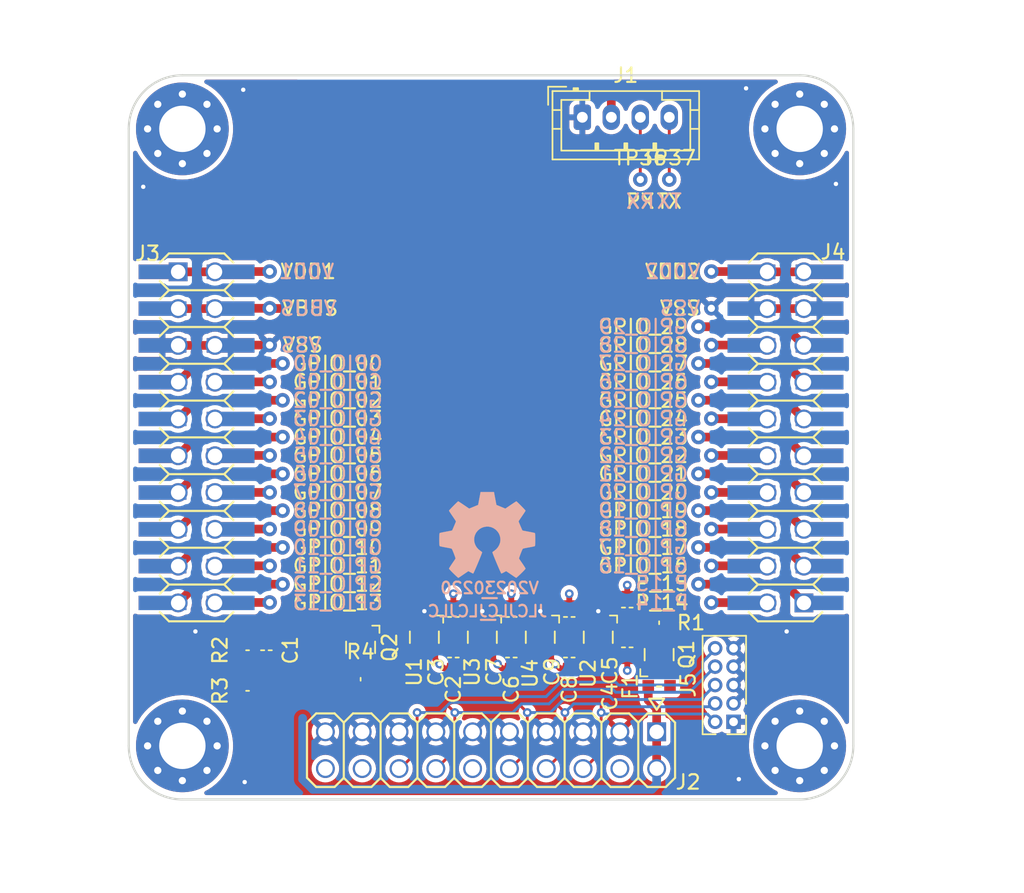
<source format=kicad_pcb>
(kicad_pcb (version 20211014) (generator pcbnew)
  (layers (0 "F.Cu" signal) (31 "B.Cu" signal) (34 "B.Paste" user) (35 "F.Paste" user) (36 "B.SilkS" user "B.Silkscreen") (37 "F.SilkS" user "F.Silkscreen") (38 "B.Mask" user) (39 "F.Mask" user) (44 "Edge.Cuts" user))
  (net 0 "")
  (net 1 "/VBUS")
  (net 2 "/VSS")
  (net 3 "/GPIO_28")
  (net 4 "/GPIO_29")
  (net 5 "/GPIO_20")
  (net 6 "/GPIO_23")
  (net 7 "/GPIO_27")
  (net 8 "/GPIO_16")
  (net 9 "/GPIO_21")
  (net 10 "/GPIO_19")
  (net 11 "/GPIO_17")
  (net 12 "/GPIO_18")
  (net 13 "/GPIO_15")
  (net 14 "/GPIO_14")
  (net 15 "/GPIO_22")
  (net 16 "/GPIO_24")
  (net 17 "/GPIO_25")
  (net 18 "/GPIO_26")
  (net 19 "/GPIO_13")
  (net 20 "/GPIO_12")
  (net 21 "/GPIO_11")
  (net 22 "/GPIO_10")
  (net 23 "/GPIO_09")
  (net 24 "/GPIO_08")
  (net 25 "/GPIO_07")
  (net 26 "/GPIO_06")
  (net 27 "/GPIO_05")
  (net 28 "/GPIO_04")
  (net 29 "/GPIO_03")
  (net 30 "/GPIO_02")
  (net 31 "/GPIO_01")
  (net 32 "/GPIO_00")
  (net 33 "/VDD1")
  (net 34 "/VDD2")
  (net 35 "Net-(J1-Pad3)")
  (net 36 "Net-(J1-Pad4)")
  (net 37 "/TARGET_PWR_SENSE")
  (net 39 "/PROBE_VDD")
  (net 40 "Net-(F1-Pad2)")
  (net 41 "/PROBE_E_TDI")
  (net 43 "/PROBE_E_TMS")
  (net 44 "/PROBE_E_TCK")
  (net 47 "/PROBE_E_TDO")
  (net 48 "/PROBE_E_RST")
  (net 49 "Net-(Q1-Pad1)")
  (net 50 "/TARGET_PWR_EN")
  (net 51 "/VDD")
  (net 52 "/PROBE_I_RST")
  (net 53 "/PROBE_I_RST_SEN")
  (net 54 "/PROBE_I_TDO")
  (net 55 "/PROBE_I_TDI")
  (net 56 "/PROBE_I_TCK")
  (net 57 "/PROBE_I_TMS")
  (net 58 "/TMS_DIR")
  (footprint "MountingHole:MountingHole_3.2mm_M3_Pad_Via" (layer "F.Cu") (at 63.7 64.7)
    (fp_text reference "H1" hide)
    (fp_text value "MountingHole" hide)
  )
  (footprint "MountingHole:MountingHole_3.2mm_M3_Pad_Via" (layer "F.Cu") (at 106.3 64.7)
    (fp_text reference "H2" hide)
    (fp_text value "MountingHole" hide)
  )
  (footprint "MountingHole:MountingHole_3.2mm_M3_Pad_Via" (layer "F.Cu") (at 63.7 107.3)
    (fp_text reference "H4" hide)
    (fp_text value "MountingHole" hide)
  )
  (footprint "MountingHole:MountingHole_3.2mm_M3_Pad_Via" (layer "F.Cu") (at 106.3 107.3)
    (fp_text reference "H3" hide)
    (fp_text value "MountingHole" hide)
  )
  (footprint "SquantorConnectorsNamed:nuclone_small_right_stacked" (layer "F.Cu") (at 105.32 86 90)
    (fp_text reference "J4")
    (fp_text value "nuclone_small_right")
  )
  (footprint "SquantorConnectorsNamed:nuclone_small_left_stacked" (layer "F.Cu") (at 64.68 86 -90)
    (fp_text reference "J3")
    (fp_text value "nuclone_small_left")
  )
  (footprint "SquantorTestPoints:TestPoint_hole_H05R10_2side" (layer "F.Cu") (at 69.723 74.549)
    (fp_text reference "TP1" hide)
    (fp_text value "VDD1")
  )
  (footprint "SquantorTestPoints:TestPoint_hole_H05R10_2side" (layer "F.Cu") (at 69.723 77.089)
    (fp_text reference "TP2" hide)
    (fp_text value "VBUS")
  )
  (footprint "SquantorTestPoints:TestPoint_hole_H05R10_2side" (layer "F.Cu") (at 69.723 79.629)
    (fp_text reference "TP3" hide)
    (fp_text value "VSS")
  )
  (footprint "SquantorTestPoints:TestPoint_hole_H05R10_2side" (layer "F.Cu") (at 70.612 80.899)
    (fp_text reference "TP4" hide)
    (fp_text value "GPIO_00")
  )
  (footprint "SquantorTestPoints:TestPoint_hole_H05R10_2side" (layer "F.Cu") (at 69.723 82.169)
    (fp_text reference "TP5" hide)
    (fp_text value "GPIO_01")
  )
  (footprint "SquantorTestPoints:TestPoint_hole_H05R10_2side" (layer "F.Cu") (at 70.612 83.439)
    (fp_text reference "TP6" hide)
    (fp_text value "GPIO_02")
  )
  (footprint "SquantorTestPoints:TestPoint_hole_H05R10_2side" (layer "F.Cu") (at 69.723 84.709)
    (fp_text reference "TP7" hide)
    (fp_text value "GPIO_03")
  )
  (footprint "SquantorTestPoints:TestPoint_hole_H05R10_2side" (layer "F.Cu") (at 70.612 85.979)
    (fp_text reference "TP8" hide)
    (fp_text value "GPIO_04")
  )
  (footprint "SquantorTestPoints:TestPoint_hole_H05R10_2side" (layer "F.Cu") (at 69.723 87.249)
    (fp_text reference "TP9" hide)
    (fp_text value "GPIO_05")
  )
  (footprint "SquantorTestPoints:TestPoint_hole_H05R10_2side" (layer "F.Cu") (at 70.612 88.519)
    (fp_text reference "TP10" hide)
    (fp_text value "GPIO_06")
  )
  (footprint "SquantorTestPoints:TestPoint_hole_H05R10_2side" (layer "F.Cu") (at 69.723 89.8)
    (fp_text reference "TP11" hide)
    (fp_text value "GPIO_07")
  )
  (footprint "SquantorTestPoints:TestPoint_hole_H05R10_2side" (layer "F.Cu") (at 70.612 91.059)
    (fp_text reference "TP12" hide)
    (fp_text value "GPIO_08")
  )
  (footprint "SquantorTestPoints:TestPoint_hole_H05R10_2side" (layer "F.Cu") (at 69.723 92.329)
    (fp_text reference "TP13" hide)
    (fp_text value "GPIO_09")
  )
  (footprint "SquantorTestPoints:TestPoint_hole_H05R10_2side" (layer "F.Cu") (at 70.612 93.599)
    (fp_text reference "TP14" hide)
    (fp_text value "GPIO_10")
  )
  (footprint "SquantorTestPoints:TestPoint_hole_H05R10_2side" (layer "F.Cu") (at 69.723 94.869)
    (fp_text reference "TP15" hide)
    (fp_text value "GPIO_11")
  )
  (footprint "SquantorTestPoints:TestPoint_hole_H05R10_2side" (layer "F.Cu") (at 70.612 96.139)
    (fp_text reference "TP16" hide)
    (fp_text value "GPIO_12")
  )
  (footprint "SquantorTestPoints:TestPoint_hole_H05R10_2side" (layer "F.Cu") (at 69.723 97.4)
    (fp_text reference "TP17" hide)
    (fp_text value "GPIO_13")
  )
  (footprint "SquantorTestPoints:TestPoint_hole_H05R10_2side" (layer "F.Cu") (at 100.203 74.549)
    (fp_text reference "TP18" hide)
    (fp_text value "VDD2")
  )
  (footprint "SquantorTestPoints:TestPoint_hole_H05R10_2side" (layer "F.Cu") (at 100.203 77.089)
    (fp_text reference "TP19" hide)
    (fp_text value "VSS")
  )
  (footprint "SquantorTestPoints:TestPoint_hole_H05R10_2side" (layer "F.Cu") (at 99.314 78.359)
    (fp_text reference "TP20" hide)
    (fp_text value "GPIO_29")
  )
  (footprint "SquantorTestPoints:TestPoint_hole_H05R10_2side" (layer "F.Cu") (at 100.203 79.629)
    (fp_text reference "TP21" hide)
    (fp_text value "GPIO_28")
  )
  (footprint "SquantorTestPoints:TestPoint_hole_H05R10_2side" (layer "F.Cu") (at 99.314 80.899)
    (fp_text reference "TP22" hide)
    (fp_text value "GPIO_27")
  )
  (footprint "SquantorTestPoints:TestPoint_hole_H05R10_2side" (layer "F.Cu") (at 100.203 82.169)
    (fp_text reference "TP23" hide)
    (fp_text value "GPIO_26")
  )
  (footprint "SquantorTestPoints:TestPoint_hole_H05R10_2side" (layer "F.Cu") (at 99.314 83.439)
    (fp_text reference "TP24" hide)
    (fp_text value "GPIO_25")
  )
  (footprint "SquantorTestPoints:TestPoint_hole_H05R10_2side" (layer "F.Cu") (at 100.203 84.709)
    (fp_text reference "TP25" hide)
    (fp_text value "GPIO_24")
  )
  (footprint "SquantorTestPoints:TestPoint_hole_H05R10_2side" (layer "F.Cu") (at 99.314 85.979)
    (fp_text reference "TP26" hide)
    (fp_text value "GPIO_23")
  )
  (footprint "SquantorTestPoints:TestPoint_hole_H05R10_2side" (layer "F.Cu") (at 100.203 87.249)
    (fp_text reference "TP27" hide)
    (fp_text value "GPIO_22")
  )
  (footprint "SquantorTestPoints:TestPoint_hole_H05R10_2side" (layer "F.Cu") (at 99.314 88.519)
    (fp_text reference "TP28" hide)
    (fp_text value "GPIO_21")
  )
  (footprint "SquantorTestPoints:TestPoint_hole_H05R10_2side" (layer "F.Cu") (at 100.203 89.8)
    (fp_text reference "TP29" hide)
    (fp_text value "GPIO_20")
  )
  (footprint "SquantorTestPoints:TestPoint_hole_H05R10_2side" (layer "F.Cu") (at 99.314 91.059)
    (fp_text reference "TP30" hide)
    (fp_text value "GPIO_19")
  )
  (footprint "SquantorTestPoints:TestPoint_hole_H05R10_2side" (layer "F.Cu") (at 100.203 92.329)
    (fp_text reference "TP31" hide)
    (fp_text value "GPIO_18")
  )
  (footprint "SquantorTestPoints:TestPoint_hole_H05R10_2side" (layer "F.Cu") (at 99.314 93.599)
    (fp_text reference "TP32" hide)
    (fp_text value "GPIO_17")
  )
  (footprint "SquantorTestPoints:TestPoint_hole_H05R10_2side" (layer "F.Cu") (at 100.203 94.869)
    (fp_text reference "TP33" hide)
    (fp_text value "GPIO_16")
  )
  (footprint "SquantorTestPoints:TestPoint_hole_H05R10_2side" (layer "F.Cu") (at 99.314 96.139)
    (fp_text reference "TP34" hide)
    (fp_text value "P_15")
  )
  (footprint "SquantorTestPoints:TestPoint_hole_H05R10_2side" (layer "F.Cu") (at 100.203 97.409)
    (fp_text reference "TP35" hide)
    (fp_text value "P_14")
  )
  (footprint "SquantorRcl:C_0603" (layer "F.Cu") (at 82.4 98.4 90)
    (fp_text reference "C3")
    (fp_text value "1uF")
  )
  (footprint "SquantorIC:SOT363-NXP" (layer "F.Cu") (at 92.4 99.8 -90)
    (fp_text reference "U2")
    (fp_text value "74X1T45")
  )
  (footprint "SquantorRcl:C_0603" (layer "F.Cu") (at 69.5 100.7 -90)
    (fp_text reference "C1")
    (fp_text value "1uF")
  )
  (footprint "SquantorIC:SOT363-NXP" (layer "F.Cu") (at 84.4 99.8 -90)
    (fp_text reference "U3")
    (fp_text value "74X1T45")
  )
  (footprint "SquantorRcl:R_0603_hand" (layer "F.Cu") (at 96.6 98.8 180)
    (fp_text reference "R1")
    (fp_text value "10K")
  )
  (footprint "SquantorTestPoints:TestPoint_hole_H05R10_2side" (layer "F.Cu") (at 95.3 68.2)
    (fp_text reference "TP36")
    (fp_text value "RX")
  )
  (footprint "SquantorRcl:F_0603_hand" (layer "F.Cu") (at 96.6 103.2)
    (fp_text reference "F1")
    (fp_text value "0.3A")
  )
  (footprint "SquantorIC:SOT363-NXP" (layer "F.Cu") (at 76 100.5 -90)
    (fp_text reference "Q2")
    (fp_text value "BSD840N")
  )
  (footprint "SquantorRcl:C_0603" (layer "F.Cu") (at 94.4 100.5 -90)
    (fp_text reference "C4")
    (fp_text value "1uF")
  )
  (footprint "SquantorTestPoints:TestPoint_hole_H05R10_2side" (layer "F.Cu") (at 97.3 68.2)
    (fp_text reference "TP37")
    (fp_text value "TX")
  )
  (footprint "SquantorConnectors:Header-0254-2X10-H010" (layer "F.Cu") (at 85 107.6 180)
    (fp_text reference "J2")
    (fp_text value "JTAG_2X10_OUT")
  )
  (footprint "Connector_JST:JST_PH_B4B-PH-K_1x04_P2.00mm_Vertical" (layer "F.Cu") (at 91.3 63.9)
    (fp_text reference "J1")
    (fp_text value "DevBoardUartInput")
  )
  (footprint "SquantorConnectors:Header-0127-2X05-H006" (layer "F.Cu") (at 101.1 103.1 90)
    (fp_text reference "J5")
    (fp_text value "Conn_02x05_Odd_Even")
  )
  (footprint "SquantorRcl:C_0603" (layer "F.Cu") (at 86.4 101.2 -90)
    (fp_text reference "C6")
    (fp_text value "1uF")
  )
  (footprint "SquantorRcl:C_0603" (layer "F.Cu") (at 82.4 101.2 -90)
    (fp_text reference "C2")
    (fp_text value "1uF")
  )
  (footprint "SquantorRcl:C_0603" (layer "F.Cu") (at 86.4 98.4 90)
    (fp_text reference "C7")
    (fp_text value "1uF")
  )
  (footprint "SquantorRcl:R_0603_hand" (layer "F.Cu") (at 68.2 100.7 90)
    (fp_text reference "R2")
    (fp_text value "10K")
  )
  (footprint "SquantorRcl:R_0603_hand" (layer "F.Cu") (at 68.2 103.5 90)
    (fp_text reference "R3")
    (fp_text value "4.7K")
  )
  (footprint "SquantorRcl:C_0603" (layer "F.Cu") (at 90.4 98.4 90)
    (fp_text reference "C9")
    (fp_text value "1uF")
  )
  (footprint "SquantorRcl:C_0603" (layer "F.Cu") (at 94.4 97.75 90)
    (fp_text reference "C5")
    (fp_text value "1uF")
  )
  (footprint "SquantorIC:SOT363-NXP" (layer "F.Cu") (at 80.4 99.8 -90)
    (fp_text reference "U1")
    (fp_text value "74X1T45")
  )
  (footprint "SquantorRcl:R_0603_hand" (layer "F.Cu") (at 76 102.7)
    (fp_text reference "R4")
    (fp_text value "10K")
  )
  (footprint "SquantorIC:SOT363-NXP" (layer "F.Cu") (at 88.4 99.8 -90)
    (fp_text reference "U4")
    (fp_text value "74X1T45")
  )
  (footprint "SquantorIC:SOT363-NXP" (layer "F.Cu") (at 96.6 101 90)
    (fp_text reference "Q1")
    (fp_text value "NTJD4152P")
  )
  (footprint "SquantorRcl:C_0603" (layer "F.Cu") (at 90.4 101.2 -90)
    (fp_text reference "C8")
    (fp_text value "1uF")
  )
  (footprint "Symbols:OSHW-Symbol_6.7x6mm_SilkScreen" (layer "B.Cu") (at 84.75 92.75 180)
    (fp_text reference "N1" hide)
    (fp_text value "OHWLOGO" hide)
  )
  (footprint "SquantorLabels:Label_Generic" (layer "B.Cu") (at 84.8 98 180)
    (fp_text reference "N3" hide)
    (fp_text value "JLCJLCJLCJLC")
  )
  (footprint "SquantorLabels:Label_Generic" (layer "B.Cu") (at 84.9 96.5 180)
    (fp_text reference "N2" hide)
    (fp_text value "V20230220")
  )
  (gr_arc (start 110 107.3) (mid 108.916295 109.916295) (end 106.3 111) (layer "Edge.Cuts") (width 0.15))
  (gr_arc (start 63.7 111) (mid 61.083705 109.916295) (end 60 107.3) (layer "Edge.Cuts") (width 0.15))
  (gr_line (start 60 64.7) (end 60 107.3) (layer "Edge.Cuts") (width 0.15))
  (gr_line (start 106.3 61) (end 63.7 61) (layer "Edge.Cuts") (width 0.15))
  (gr_line (start 110 107.3) (end 110 64.7) (layer "Edge.Cuts") (width 0.15))
  (gr_arc (start 106.3 61) (mid 108.916295 62.083705) (end 110 64.7) (layer "Edge.Cuts") (width 0.15))
  (gr_arc (start 60 64.7) (mid 61.083705 62.083705) (end 63.7 61) (layer "Edge.Cuts") (width 0.15))
  (gr_line (start 63.7 111) (end 106.3 111) (layer "Edge.Cuts") (width 0.15))
  (segment (start 67.051 77.089) (end 67.03 77.11) (width 0.6) (layer "F.Cu") (net 1))
  (segment (start 72.1 62) (end 71.3 62.8) (width 0.6) (layer "F.Cu") (net 1))
  (segment (start 62.33 77.11) (end 67.03 77.11) (width 0.6) (layer "F.Cu") (net 1))
  (segment (start 69.734 77.1) (end 69.723 77.089) (width 0.6) (layer "F.Cu") (net 1))
  (segment (start 69.723 77.089) (end 67.051 77.089) (width 0.6) (layer "F.Cu") (net 1))
  (segment (start 71.3 62.8) (end 71.3 76.7) (width 0.6) (layer "F.Cu") (net 1))
  (segment (start 70.9 77.1) (end 69.734 77.1) (width 0.6) (layer "F.Cu") (net 1))
  (segment (start 93.3 63.9) (end 93.3 62.3) (width 0.6) (layer "F.Cu") (net 1))
  (segment (start 93 62) (end 72.1 62) (width 0.6) (layer "F.Cu") (net 1))
  (segment (start 93.3 62.3) (end 93 62) (width 0.6) (layer "F.Cu") (net 1))
  (segment (start 71.3 76.7) (end 70.9 77.1) (width 0.6) (layer "F.Cu") (net 1))
  (segment (start 81.5 99.8) (end 82.4 99.8) (width 0.3) (layer "F.Cu") (net 2))
  (segment (start 86.4 99.8) (end 86.4 100.45) (width 0.3) (layer "F.Cu") (net 2))
  (segment (start 80.4 99.4) (end 80.4 98.9) (width 0.3) (layer "F.Cu") (net 2))
  (segment (start 82.4 99.8) (end 82.4 100.45) (width 0.3) (layer "F.Cu") (net 2))
  (segment (start 102.97 77.11) (end 107.67 77.11) (width 0.6) (layer "F.Cu") (net 2))
  (segment (start 84.8 99.8) (end 84.4 99.4) (width 0.3) (layer "F.Cu") (net 2))
  (segment (start 92.4 98.9) (end 92.4 99.4) (width 0.3) (layer "F.Cu") (net 2))
  (segment (start 67.051 79.629) (end 67.03 79.65) (width 0.6) (layer "F.Cu") (net 2))
  (segment (start 89.5 99.8) (end 90.4 99.8) (width 0.3) (layer "F.Cu") (net 2))
  (segment (start 82.4 99.8) (end 82.4 99.15) (width 0.3) (layer "F.Cu") (net 2))
  (segment (start 80.8 99.8) (end 80.4 99.4) (width 0.3) (layer "F.Cu") (net 2))
  (segment (start 88.8 99.8) (end 88.4 99.4) (width 0.3) (layer "F.Cu") (net 2))
  (segment (start 86.4 99.8) (end 86.4 99.15) (width 0.3) (layer "F.Cu") (net 2))
  (segment (start 90.4 99.8) (end 90.4 99.15) (width 0.3) (layer "F.Cu") (net 2))
  (segment (start 85.5 99.8) (end 86.4 99.8) (width 0.3) (layer "F.Cu") (net 2))
  (segment (start 85.5 99.8) (end 84.8 99.8) (width 0.3) (layer "F.Cu") (net 2))
  (segment (start 92.4 99.4) (end 92.75 99.75) (width 0.3) (layer "F.Cu") (net 2))
  (segment (start 88.4 99.4) (end 88.4 98.9) (width 0.3) (layer "F.Cu") (net 2))
  (segment (start 69.723 79.629) (end 67.051 79.629) (width 0.6) (layer "F.Cu") (net 2))
  (segment (start 84.4 99.4) (end 84.4 98.9) (width 0.3) (layer "F.Cu") (net 2))
  (segment (start 81.5 99.8) (end 80.8 99.8) (width 0.3) (layer "F.Cu") (net 2))
  (segment (start 89.5 99.8) (end 88.8 99.8) (width 0.3) (layer "F.Cu") (net 2))
  (segment (start 65.95 79.65) (end 63.41 79.65) (width 0.6) (layer "F.Cu") (net 2))
  (segment (start 92.75 99.75) (end 94.4 99.75) (width 0.3) (layer "F.Cu") (net 2))
  (segment (start 90.4 99.8) (end 90.4 100.45) (width 0.3) (layer "F.Cu") (net 2))
  (via (at 64.6 99.4) (size 0.6) (drill 0.3) (layers "F.Cu" "B.Cu") (net 2))
  (via (at 105.4 99.4) (size 0.6) (drill 0.3) (layers "F.Cu" "B.Cu") (net 2))
  (via (at 102.1 109.6) (size 0.6) (drill 0.3) (layers "F.Cu" "B.Cu") (net 2))
  (via (at 68 109.8) (size 0.6) (drill 0.3) (layers "F.Cu" "B.Cu") (net 2))
  (via (at 67.9 62) (size 0.6) (drill 0.3) (layers "F.Cu" "B.Cu") (net 2))
  (via (at 61 68.7) (size 0.6) (drill 0.3) (layers "F.Cu" "B.Cu") (net 2))
  (via (at 102.6 61.9) (size 0.6) (drill 0.3) (layers "F.Cu" "B.Cu") (net 2))
  (via (at 108.8 68.5) (size 0.6) (drill 0.3) (layers "F.Cu" "B.Cu") (net 2))
  (via (at 80.4 98) (size 0.6) (drill 0.3) (layers "F.Cu" "B.Cu") (net 2))
  (via (at 84.4 98) (size 0.6) (drill 0.3) (layers "F.Cu" "B.Cu") (net 2))
  (via (at 88.4 98) (size 0.6) (drill 0.3) (layers "F.Cu" "B.Cu") (net 2))
  (via (at 92.4 98) (size 0.6) (drill 0.3) (layers "F.Cu" "B.Cu") (net 2))
  (segment (start 100.203 79.629) (end 102.949 79.629) (width 0.6) (layer "F.Cu") (net 3))
  (segment (start 102.949 79.629) (end 102.97 79.65) (width 0.6) (layer "F.Cu") (net 3))
  (segment (start 105.299 78.359) (end 106.59 79.65) (width 0.6) (layer "F.Cu") (net 4))
  (segment (start 99.314 78.359) (end 105.299 78.359) (width 0.6) (layer "F.Cu") (net 4))
  (segment (start 102.96 89.8) (end 102.97 89.81) (width 0.6) (layer "F.Cu") (net 5))
  (segment (start 100.203 89.8) (end 102.96 89.8) (width 0.6) (layer "F.Cu") (net 5))
  (segment (start 105.299 85.979) (end 106.59 87.27) (width 0.6) (layer "F.Cu") (net 6))
  (segment (start 99.314 85.979) (end 105.299 85.979) (width 0.6) (layer "F.Cu") (net 6))
  (segment (start 105.299 80.899) (end 106.59 82.19) (width 0.6) (layer "F.Cu") (net 7))
  (segment (start 99.314 80.899) (end 105.299 80.899) (width 0.6) (layer "F.Cu") (net 7))
  (segment (start 102.949 94.869) (end 102.97 94.89) (width 0.6) (layer "F.Cu") (net 8))
  (segment (start 100.203 94.869) (end 102.949 94.869) (width 0.6) (layer "F.Cu") (net 8))
  (segment (start 99.314 88.519) (end 105.299 88.519) (width 0.6) (layer "F.Cu") (net 9))
  (segment (start 105.299 88.519) (end 106.59 89.81) (width 0.6) (layer "F.Cu") (net 9))
  (segment (start 105.299 91.059) (end 106.59 92.35) (width 0.6) (layer "F.Cu") (net 10))
  (segment (start 99.314 91.059) (end 105.299 91.059) (width 0.6) (layer "F.Cu") (net 10))
  (segment (start 105.299 93.599) (end 106.59 94.89) (width 0.6) (layer "F.Cu") (net 11))
  (segment (start 99.314 93.599) (end 105.299 93.599) (width 0.6) (layer "F.Cu") (net 11))
  (segment (start 100.203 92.329) (end 102.949 92.329) (width 0.6) (layer "F.Cu") (net 12))
  (segment (start 102.949 92.329) (end 102.97 92.35) (width 0.6) (layer "F.Cu") (net 12))
  (segment (start 99.314 96.139) (end 105.299 96.139) (width 0.6) (layer "F.Cu") (net 13))
  (segment (start 105.299 96.139) (end 106.59 97.43) (width 0.6) (layer "F.Cu") (net 13))
  (segment (start 102.949 97.409) (end 102.97 97.43) (width 0.6) (layer "F.Cu") (net 14))
  (segment (start 100.203 97.409) (end 102.949 97.409) (width 0.6) (layer "F.Cu") (net 14))
  (segment (start 102.949 87.249) (end 102.97 87.27) (width 0.6) (layer "F.Cu") (net 15))
  (segment (start 100.203 87.249) (end 102.949 87.249) (width 0.6) (layer "F.Cu") (net 15))
  (segment (start 100.203 84.709) (end 102.949 84.709) (width 0.6) (layer "F.Cu") (net 16))
  (segment (start 102.949 84.709) (end 102.97 84.73) (width 0.6) (layer "F.Cu") (net 16))
  (segment (start 105.299 83.439) (end 106.59 84.73) (width 0.6) (layer "F.Cu") (net 17))
  (segment (start 99.314 83.439) (end 105.299 83.439) (width 0.6) (layer "F.Cu") (net 17))
  (segment (start 100.203 82.169) (end 102.949 82.169) (width 0.6) (layer "F.Cu") (net 18))
  (segment (start 102.949 82.169) (end 102.97 82.19) (width 0.6) (layer "F.Cu") (net 18))
  (segment (start 69.723 97.4) (end 67.06 97.4) (width 0.6) (layer "F.Cu") (net 19))
  (segment (start 67.06 97.4) (end 67.03 97.43) (width 0.6) (layer "F.Cu") (net 19))
  (segment (start 64.701 96.139) (end 63.41 97.43) (width 0.6) (layer "F.Cu") (net 20))
  (segment (start 70.612 96.139) (end 64.701 96.139) (width 0.6) (layer "F.Cu") (net 20))
  (segment (start 69.723 94.869) (end 67.051 94.869) (width 0.6) (layer "F.Cu") (net 21))
  (segment (start 67.051 94.869) (end 67.03 94.89) (width 0.6) (layer "F.Cu") (net 21))
  (segment (start 70.612 93.599) (end 64.701 93.599) (width 0.6) (layer "F.Cu") (net 22))
  (segment (start 64.701 93.599) (end 63.41 94.89) (width 0.6) (layer "F.Cu") (net 22))
  (segment (start 67.051 92.329) (end 67.03 92.35) (width 0.6) (layer "F.Cu") (net 23))
  (segment (start 69.723 92.329) (end 67.051 92.329) (width 0.6) (layer "F.Cu") (net 23))
  (segment (start 64.701 91.059) (end 63.41 92.35) (width 0.6) (layer "F.Cu") (net 24))
  (segment (start 70.612 91.059) (end 64.701 91.059) (width 0.6) (layer "F.Cu") (net 24))
  (segment (start 67.04 89.8) (end 67.03 89.81) (width 0.6) (layer "F.Cu") (net 25))
  (segment (start 69.723 89.8) (end 67.04 89.8) (width 0.6) (layer "F.Cu") (net 25))
  (segment (start 70.612 88.519) (end 64.701 88.519) (width 0.6) (layer "F.Cu") (net 26))
  (segment (start 64.701 88.519) (end 63.41 89.81) (width 0.6) (layer "F.Cu") (net 26))
  (segment (start 69.723 87.249) (end 67.051 87.249) (width 0.6) (layer "F.Cu") (net 27))
  (segment (start 67.051 87.249) (end 67.03 87.27) (width 0.6) (layer "F.Cu") (net 27))
  (segment (start 64.701 85.979) (end 63.41 87.27) (width 0.6) (layer "F.Cu") (net 28))
  (segment (start 70.612 85.979) (end 64.701 85.979) (width 0.6) (layer "F.Cu") (net 28))
  (segment (start 67.051 84.709) (end 67.03 84.73) (width 0.6) (layer "F.Cu") (net 29))
  (segment (start 69.723 84.709) (end 67.051 84.709) (width 0.6) (layer "F.Cu") (net 29))
  (segment (start 70.612 83.439) (end 64.701 83.439) (width 0.6) (layer "F.Cu") (net 30))
  (segment (start 64.701 83.439) (end 63.41 84.73) (width 0.6) (layer "F.Cu") (net 30))
  (segment (start 69.723 82.169) (end 67.051 82.169) (width 0.6) (layer "F.Cu") (net 31))
  (segment (start 67.051 82.169) (end 67.03 82.19) (width 0.6) (layer "F.Cu") (net 31))
  (segment (start 70.612 80.899) (end 64.701 80.899) (width 0.6) (layer "F.Cu") (net 32))
  (segment (start 64.701 80.899) (end 63.41 82.19) (width 0.6) (layer "F.Cu") (net 32))
  (segment (start 81.75 97.65) (end 82.4 97.65) (width 0.4) (layer "F.Cu") (net 33))
  (segment (start 93.7 97) (end 94.4 97) (width 0.4) (layer "F.Cu") (net 33))
  (segment (start 85.15 98.25) (end 85.45 97.95) (width 0.4) (layer "F.Cu") (net 33))
  (segment (start 81.15 98.25) (end 81.45 97.95) (width 0.4) (layer "F.Cu") (net 33))
  (segment (start 81.15 98.9) (end 81.15 98.25) (width 0.4) (layer "F.Cu") (net 33))
  (segment (start 93.15 97.55) (end 93.7 97) (width 0.4) (layer "F.Cu") (net 33))
  (segment (start 90.4 97.65) (end 90.4 96.8) (width 0.4) (layer "F.Cu") (net 33))
  (segment (start 85.15 98.9) (end 85.15 98.25) (width 0.4) (layer "F.Cu") (net 33))
  (segment (start 86.4 97.65) (end 86.4 96.8) (width 0.4) (layer "F.Cu") (net 33))
  (segment (start 62.33 74.57) (end 67.03 74.57) (width 0.6) (layer "F.Cu") (net 33))
  (segment (start 89.15 98.9) (end 89.15 98.25) (width 0.4) (layer "F.Cu") (net 33))
  (segment (start 89.15 98.25) (end 89.45 97.95) (width 0.4) (layer "F.Cu") (net 33))
  (segment (start 85.45 97.95) (end 85.75 97.65) (width 0.4) (layer "F.Cu") (net 33))
  (segment (start 93.15 98.9) (end 93.15 97.55) (width 0.4) (layer "F.Cu") (net 33))
  (segment (start 85.75 97.65) (end 86.4 97.65) (width 0.4) (layer "F.Cu") (net 33))
  (segment (start 94.4 97) (end 94.4 96.2) (width 0.4) (layer "F.Cu") (net 33))
  (segment (start 67.051 74.549) (end 67.03 74.57) (width 0.6) (layer "F.Cu") (net 33))
  (segment (start 69.723 74.549) (end 67.051 74.549) (width 0.6) (layer "F.Cu") (net 33))
  (segment (start 82.4 97.65) (end 82.4 96.8) (width 0.4) (layer "F.Cu") (net 33))
  (segment (start 89.45 97.95) (end 89.75 97.65) (width 0.4) (layer "F.Cu") (net 33))
  (segment (start 89.75 97.65) (end 90.4 97.65) (width 0.4) (layer "F.Cu") (net 33))
  (segment (start 81.45 97.95) (end 81.75 97.65) (width 0.4) (layer "F.Cu") (net 33))
  (via (at 86.4 96.8) (size 0.6) (drill 0.3) (layers "F.Cu" "B.Cu") (net 33))
  (via (at 90.4 96.8) (size 0.6) (drill 0.3) (layers "F.Cu" "B.Cu") (net 33))
  (via (at 82.4 96.8) (size 0.6) (drill 0.3) (layers "F.Cu" "B.Cu") (net 33))
  (via (at 94.4 96.2) (size 0.6) (drill 0.3) (layers "F.Cu" "B.Cu") (net 33))
  (segment (start 102.949 74.549) (end 102.97 74.57) (width 0.6) (layer "F.Cu") (net 34))
  (segment (start 100.203 74.549) (end 102.949 74.549) (width 0.6) (layer "F.Cu") (net 34))
  (segment (start 107.67 74.57) (end 102.97 74.57) (width 0.6) (layer "F.Cu") (net 34))
  (segment (start 95.3 63.9) (end 95.3 68.2) (width 0.2) (layer "F.Cu") (net 35))
  (segment (start 97.3 63.9) (end 97.3 68.2) (width 0.2) (layer "F.Cu") (net 36))
  (segment (start 93.6 101.4) (end 93.3 101.4) (width 0.4) (layer "F.Cu") (net 39))
  (segment (start 89.45 101.65) (end 89.75 101.95) (width 0.4) (layer "F.Cu") (net 39))
  (segment (start 85.45 101.65) (end 85.75 101.95) (width 0.4) (layer "F.Cu") (net 39))
  (segment (start 94.4 102.1) (end 94.4 101.25) (width 0.4) (layer "F.Cu") (net 39))
  (segment (start 81.45 101.65) (end 81.75 101.95) (width 0.4) (layer "F.Cu") (net 39))
  (segment (start 81.75 101.95) (end 82.4 101.95) (width 0.4) (layer "F.Cu") (net 39))
  (segment (start 89.75 101.95) (end 90.4 101.95) (width 0.4) (layer "F.Cu") (net 39))
  (segment (start 94.4 101.25) (end 93.75 101.25) (width 0.4) (layer "F.Cu") (net 39))
  (segment (start 96.43 106.33) (end 96.43 108.87) (width 0.6) (layer "F.Cu") (net 39))
  (segment (start 93.15 101.25) (end 93.15 100.7) (width 0.4) (layer "F.Cu") (net 39))
  (segment (start 93.75 101.25) (end 93.6 101.4) (width 0.4) (layer "F.Cu") (net 39))
  (segment (start 96.43 104.73) (end 95.85 104.15) (width 0.6) (layer "F.Cu") (net 39))
  (segment (start 89.15 101.35) (end 89.45 101.65) (width 0.4) (layer "F.Cu") (net 39))
  (segment (start 85.15 100.7) (end 85.15 101.35) (width 0.4) (layer "F.Cu") (net 39))
  (segment (start 96.43 106.33) (end 96.43 104.73) (width 0.6) (layer "F.Cu") (net 39))
  (segment (start 89.15 100.7) (end 89.15 101.35) (width 0.4) (layer "F.Cu") (net 39))
  (segment (start 81.15 100.7) (end 81.15 101.35) (width 0.4) (layer "F.Cu") (net 39))
  (segment (start 95.85 104.15) (end 95.85 103.2) (width 0.6) (layer "F.Cu") (net 39))
  (segment (start 85.15 101.35) (end 85.45 101.65) (width 0.4) (layer "F.Cu") (net 39))
  (segment (start 93.3 101.4) (end 93.15 101.25) (width 0.4) (layer "F.Cu") (net 39))
  (segment (start 85.75 101.95) (end 86.4 101.95) (width 0.4) (layer "F.Cu") (net 39))
  (segment (start 81.15 101.35) (end 81.45 101.65) (width 0.4) (layer "F.Cu") (net 39))
  (via (at 94.4 102.1) (size 0.6) (drill 0.3) (layers "F.Cu" "B.Cu") (net 39))
  (via (at 89.45 101.65) (size 0.6) (drill 0.3) (layers "F.Cu" "B.Cu") (net 39))
  (via (at 81.45 101.65) (size 0.6) (drill 0.3) (layers "F.Cu" "B.Cu") (net 39))
  (via (at 85.45 101.65) (size 0.6) (drill 0.3) (layers "F.Cu" "B.Cu") (net 39))
  (segment (start 72 109.6) (end 72 105.4) (width 0.6) (layer "B.Cu") (net 39))
  (segment (start 96.1 110.3) (end 72.7 110.3) (width 0.6) (layer "B.Cu") (net 39))
  (segment (start 96.43 109.97) (end 96.1 110.3) (width 0.6) (layer "B.Cu") (net 39))
  (segment (start 72.7 110.3) (end 72.2 109.8) (width 0.6) (layer "B.Cu") (net 39))
  (segment (start 96.43 108.87) (end 96.43 109.97) (width 0.6) (layer "B.Cu") (net 39))
  (segment (start 72.2 109.8) (end 72 109.6) (width 0.6) (layer "B.Cu") (net 39))
  (segment (start 91.35 108.87) (end 91.43 108.87) (width 0.2) (layer "F.Cu") (net 41))
  (segment (start 92.6 107.7) (end 92.6 105) (width 0.2) (layer "F.Cu") (net 41))
  (segment (start 91.43 108.87) (end 92.6 107.7) (width 0.2) (layer "F.Cu") (net 41))
  (segment (start 91.65 101.85) (end 91.65 100.7) (width 0.2) (layer "F.Cu") (net 41))
  (segment (start 92.6 105) (end 92.6 102.8) (width 0.2) (layer "F.Cu") (net 41))
  (segment (start 92.6 102.8) (end 91.65 101.85) (width 0.2) (layer "F.Cu") (net 41))
  (via (at 92.6 105) (size 0.6) (drill 0.3) (layers "F.Cu" "B.Cu") (net 41))
  (segment (start 92.7 105.1) (end 99.925 105.1) (width 0.2) (layer "B.Cu") (net 41))
  (segment (start 99.925 105.1) (end 100.465 105.64) (width 0.2) (layer "B.Cu") (net 41))
  (segment (start 92.6 105) (end 92.7 105.1) (width 0.2) (layer "B.Cu") (net 41))
  (segment (start 90.1 105) (end 87.65 102.55) (width 0.2) (layer "F.Cu") (net 43))
  (segment (start 88.83 108.87) (end 90.1 107.6) (width 0.2) (layer "F.Cu") (net 43))
  (segment (start 90.1 107.6) (end 90.1 105) (width 0.2) (layer "F.Cu") (net 43))
  (segment (start 87.65 102.55) (end 87.65 100.7) (width 0.2) (layer "F.Cu") (net 43))
  (segment (start 88.81 108.87) (end 88.83 108.87) (width 0.2) (layer "F.Cu") (net 43))
  (via (at 90.1 105) (size 0.6) (drill 0.3) (layers "F.Cu" "B.Cu") (net 43))
  (segment (start 90.1 105) (end 90.7 104.4) (width 0.2) (layer "B.Cu") (net 43))
  (segment (start 90.7 104.4) (end 93 104.4) (width 0.2) (layer "B.Cu") (net 43))
  (segment (start 100.235 104.6) (end 100.465 104.37) (width 0.2) (layer "B.Cu") (net 43))
  (segment (start 93.2 104.6) (end 100.235 104.6) (width 0.2) (layer "B.Cu") (net 43))
  (segment (start 93 104.4) (end 93.2 104.6) (width 0.2) (layer "B.Cu") (net 43))
  (segment (start 87.5 105) (end 83.65 101.15) (width 0.2) (layer "F.Cu") (net 44))
  (segment (start 86.27 108.87) (end 86.33 108.87) (width 0.2) (layer "F.Cu") (net 44))
  (segment (start 87.5 107.7) (end 87.5 105) (width 0.2) (layer "F.Cu") (net 44))
  (segment (start 86.33 108.87) (end 87.5 107.7) (width 0.2) (layer "F.Cu") (net 44))
  (segment (start 83.65 101.15) (end 83.65 100.7) (width 0.2) (layer "F.Cu") (net 44))
  (via (at 87.5 105) (size 0.6) (drill 0.3) (layers "F.Cu" "B.Cu") (net 44))
  (segment (start 90.2 103.9) (end 93.2 103.9) (width 0.2) (layer "B.Cu") (net 44))
  (segment (start 89.1 105) (end 90.2 103.9) (width 0.2) (layer "B.Cu") (net 44))
  (segment (start 93.2 103.9) (end 93.4 104.1) (width 0.2) (layer "B.Cu") (net 44))
  (segment (start 87.5 105) (end 89.1 105) (width 0.2) (layer "B.Cu") (net 44))
  (segment (start 99.465 104.1) (end 100.465 103.1) (width 0.2) (layer "B.Cu") (net 44))
  (segment (start 93.4 104.1) (end 99.465 104.1) (width 0.2) (layer "B.Cu") (net 44))
  (segment (start 81.23 108.87) (end 82.5 107.6) (width 0.2) (layer "F.Cu") (net 47))
  (segment (start 82.5 107.6) (end 82.5 105) (width 0.2) (layer "F.Cu") (net 47))
  (segment (start 82.5 105) (end 79.65 102.15) (width 0.2) (layer "F.Cu") (net 47))
  (segment (start 79.65 102.15) (end 79.65 100.7) (width 0.2) (layer "F.Cu") (net 47))
  (segment (start 81.19 108.87) (end 81.23 108.87) (width 0.2) (layer "F.Cu") (net 47))
  (via (at 82.5 105) (size 0.6) (drill 0.3) (layers "F.Cu" "B.Cu") (net 47))
  (segment (start 82.5 105) (end 86.5 105) (width 0.2) (layer "B.Cu") (net 47))
  (segment (start 87.1 104.4) (end 89 104.4) (width 0.2) (layer "B.Cu") (net 47))
  (segment (start 93.4 103.4) (end 93.6 103.6) (width 0.2) (layer "B.Cu") (net 47))
  (segment (start 90 103.4) (end 93.4 103.4) (width 0.2) (layer "B.Cu") (net 47))
  (segment (start 93.6 103.6) (end 98.695 103.6) (width 0.2) (layer "B.Cu") (net 47))
  (segment (start 89 104.4) (end 90 103.4) (width 0.2) (layer "B.Cu") (net 47))
  (segment (start 98.695 103.6) (end 100.465 101.83) (width 0.2) (layer "B.Cu") (net 47))
  (segment (start 86.5 105) (end 87.1 104.4) (width 0.2) (layer "B.Cu") (net 47))
  (segment (start 79.9 107.7) (end 79.9 105) (width 0.2) (layer "F.Cu") (net 48))
  (segment (start 78.65 108.87) (end 78.73 108.87) (width 0.2) (layer "F.Cu") (net 48))
  (segment (start 78.73 108.87) (end 79.9 107.7) (width 0.2) (layer "F.Cu") (net 48))
  (via (at 79.9 105) (size 0.6) (drill 0.3) (layers "F.Cu" "B.Cu") (net 48))
  (segment (start 88.8 103.9) (end 89.8 102.9) (width 0.2) (layer "B.Cu") (net 48))
  (segment (start 89.8 102.9) (end 93.6 102.9) (width 0.2) (layer "B.Cu") (net 48))
  (segment (start 86.45 104.3) (end 86.85 103.9) (width 0.2) (layer "B.Cu") (net 48))
  (segment (start 86.85 103.9) (end 88.8 103.9) (width 0.2) (layer "B.Cu") (net 48))
  (segment (start 98.5 103.1) (end 99.6 102) (width 0.2) (layer "B.Cu") (net 48))
  (segment (start 99.6 102) (end 99.6 101.5) (width 0.2) (layer "B.Cu") (net 48))
  (segment (start 79.9 105) (end 81.5 105) (width 0.2) (layer "B.Cu") (net 48))
  (segment (start 82.2 104.3) (end 86.45 104.3) (width 0.2) (layer "B.Cu") (net 48))
  (segment (start 93.8 103.1) (end 98.5 103.1) (width 0.2) (layer "B.Cu") (net 48))
  (segment (start 99.6 101.5) (end 100.465 100.635) (width 0.2) (layer "B.Cu") (net 48))
  (segment (start 93.6 102.9) (end 93.8 103.1) (width 0.2) (layer "B.Cu") (net 48))
  (segment (start 100.465 100.635) (end 100.465 100.56) (width 0.2) (layer "B.Cu") (net 48))
  (segment (start 81.5 105) (end 82.2 104.3) (width 0.2) (layer "B.Cu") (net 48))
  (zone (net 2) (net_name "/VSS") (layer "F.Cu") (connect_pads (clearance 0.3)) (min_thickness 0.3) (fill yes (thermal_gap 0.3) (thermal_bridge_width 0.4))
    (polygon (pts (xy 110 111) (xy 60 111) (xy 60 61) (xy 110 61)))
  )
  (zone (net 2) (net_name "/VSS") (layer "B.Cu") (connect_pads (clearance 0.3)) (min_thickness 0.3) (fill yes (thermal_gap 0.3) (thermal_bridge_width 0.4))
    (polygon (pts (xy 60 61) (xy 110 61) (xy 110 111) (xy 60 111)))
  )
)
</source>
